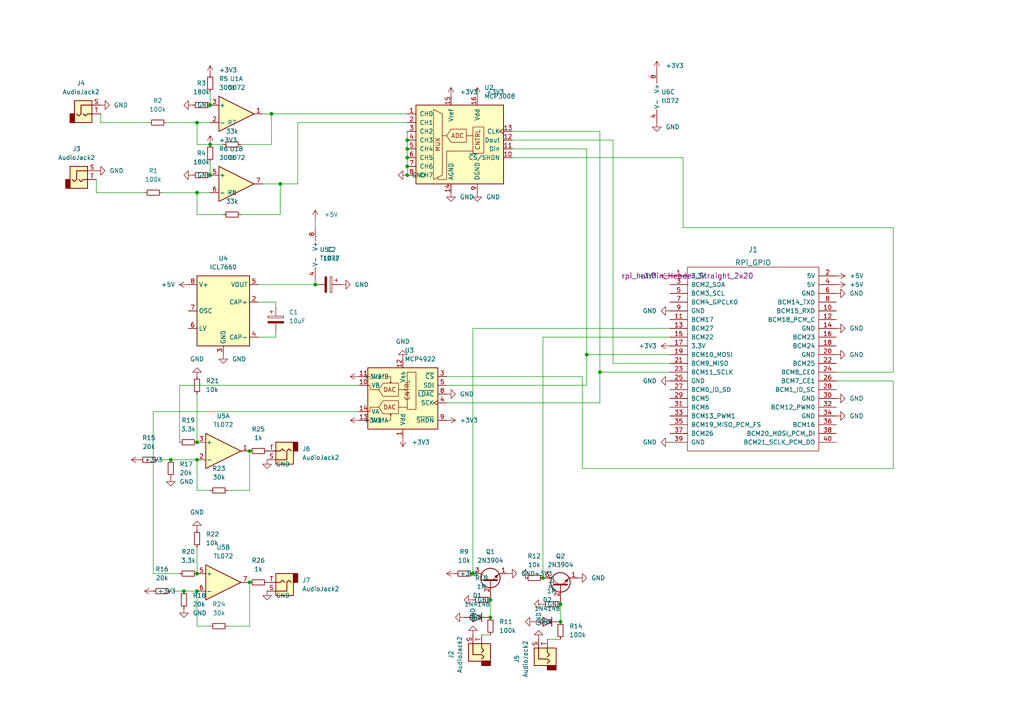
<source format=kicad_sch>
(kicad_sch (version 20211123) (generator eeschema)
  (paper "A4")
  (lib_symbols
    (symbol "Amplifier_Operational:MCP6002-xP" (pin_names (offset 0.127))
      (property "Reference" "U" (at 0 5.08 0))
      (property "Value" "MCP6002-xP" (at 0 -5.08 0))
      (symbol "MCP6002-xP_1_1"
        (polyline (pts (xy -5.08 5.08) (xy 5.08 0) (xy -5.08 -5.08) (xy -5.08 5.08)) (stroke (width 0.254)) (fill (type background)))
        (pin output line (at 7.62 0 180) (length 2.54) (name "~") (number "1"))
        (pin input line (at -7.62 -2.54 0) (length 2.54) (name "-") (number "2"))
        (pin input line (at -7.62 2.54 0) (length 2.54) (name "+") (number "3"))
      )
      (symbol "MCP6002-xP_2_1"
        (polyline (pts (xy -5.08 5.08) (xy 5.08 0) (xy -5.08 -5.08) (xy -5.08 5.08)) (stroke (width 0.254)) (fill (type background)))
        (pin input line (at -7.62 2.54 0) (length 2.54) (name "+") (number "5"))
        (pin input line (at -7.62 -2.54 0) (length 2.54) (name "-") (number "6"))
        (pin output line (at 7.62 0 180) (length 2.54) (name "~") (number "7"))
      )
      (symbol "MCP6002-xP_3_1"
        (pin power_in line (at -2.54 -7.62 90) (length 3.81) (name "V-") (number "4"))
        (pin power_in line (at -2.54 7.62 270) (length 3.81) (name "V+") (number "8"))
      )
    )
    (symbol "Amplifier_Operational:TL072" (pin_names (offset 0.127))
      (property "Reference" "U" (at 0 5.08 0))
      (property "Value" "TL072" (at 0 -5.08 0))
      (symbol "TL072_1_1"
        (polyline (pts (xy -5.08 5.08) (xy 5.08 0) (xy -5.08 -5.08) (xy -5.08 5.08)) (stroke (width 0.254)) (fill (type background)))
        (pin output line (at 7.62 0 180) (length 2.54) (name "~") (number "1"))
        (pin input line (at -7.62 -2.54 0) (length 2.54) (name "-") (number "2"))
        (pin input line (at -7.62 2.54 0) (length 2.54) (name "+") (number "3"))
      )
      (symbol "TL072_2_1"
        (polyline (pts (xy -5.08 5.08) (xy 5.08 0) (xy -5.08 -5.08) (xy -5.08 5.08)) (stroke (width 0.254)) (fill (type background)))
        (pin input line (at -7.62 2.54 0) (length 2.54) (name "+") (number "5"))
        (pin input line (at -7.62 -2.54 0) (length 2.54) (name "-") (number "6"))
        (pin output line (at 7.62 0 180) (length 2.54) (name "~") (number "7"))
      )
      (symbol "TL072_3_1"
        (pin power_in line (at -2.54 -7.62 90) (length 3.81) (name "V-") (number "4"))
        (pin power_in line (at -2.54 7.62 270) (length 3.81) (name "V+") (number "8"))
      )
    )
    (symbol "Analog_ADC:MCP3008" (pin_names (offset 1.016))
      (property "Reference" "U" (at -5.08 13.335 0))
      (property "Value" "MCP3008" (at -5.08 11.43 0))
      (symbol "MCP3008_0_0"
        (text "ADC" (at -0.635 1.27 0) (effects (font (size 1.27 1.27))))
        (text "CNTRL" (at 5.969 -2.921 900) (effects (font (size 1.27 1.27)) (justify left bottom)))
        (text "MUX" (at -6.35 -1.27 900) (effects (font (size 1.27 1.27))))
      )
      (symbol "MCP3008_0_1"
        (polyline (pts (xy -3.81 1.27) (xy -5.08 1.27)))
        (polyline (pts (xy 1.905 1.27) (xy 3.81 1.27)))
        (polyline (pts (xy -7.62 8.89) (xy -7.62 -11.43) (xy -5.08 -10.16) (xy -5.08 7.62) (xy -7.62 8.89)))
        (polyline (pts (xy 3.81 -3.175) (xy -3.81 -3.175) (xy -3.81 -11.43) (xy -6.35 -11.43) (xy -6.35 -10.795)))
        (polyline (pts (xy 1.905 3.175) (xy 1.905 -0.635) (xy -2.54 -0.635) (xy -3.81 1.27) (xy -2.54 3.175) (xy 1.905 3.175)))
        (rectangle (start 3.81 -3.81) (end 6.985 3.81))
        (rectangle (start 12.7 -12.7) (end -12.7 10.16) (stroke (width 0.254)) (fill (type background)))
      )
      (symbol "MCP3008_1_1"
        (pin input line (at -15.24 7.62 0) (length 2.54) (name "CH0") (number "1"))
        (pin input line (at 15.24 -5.08 180) (length 2.54) (name "~{CS}/SHDN") (number "10"))
        (pin input line (at 15.24 -2.54 180) (length 2.54) (name "Din") (number "11"))
        (pin output line (at 15.24 0 180) (length 2.54) (name "Dout") (number "12"))
        (pin input clock (at 15.24 2.54 180) (length 2.54) (name "CLK") (number "13"))
        (pin power_in line (at -2.54 -15.24 90) (length 2.54) (name "AGND") (number "14"))
        (pin power_in line (at -2.54 12.7 270) (length 2.54) (name "Vref") (number "15"))
        (pin power_in line (at 5.08 12.7 270) (length 2.54) (name "Vdd") (number "16"))
        (pin input line (at -15.24 5.08 0) (length 2.54) (name "CH1") (number "2"))
        (pin input line (at -15.24 2.54 0) (length 2.54) (name "CH2") (number "3"))
        (pin input line (at -15.24 0 0) (length 2.54) (name "CH3") (number "4"))
        (pin input line (at -15.24 -2.54 0) (length 2.54) (name "CH4") (number "5"))
        (pin input line (at -15.24 -5.08 0) (length 2.54) (name "CH5") (number "6"))
        (pin input line (at -15.24 -7.62 0) (length 2.54) (name "CH6") (number "7"))
        (pin input line (at -15.24 -10.16 0) (length 2.54) (name "CH7") (number "8"))
        (pin power_in line (at 5.08 -15.24 90) (length 2.54) (name "DGND") (number "9"))
      )
    )
    (symbol "Analog_DAC:MCP4922" (pin_names (offset 1.016))
      (property "Reference" "U" (at -1.905 10.795 0))
      (property "Value" "MCP4922" (at -1.905 8.89 0))
      (symbol "MCP4922_0_0"
        (polyline (pts (xy 3.556 -5.842) (xy 3.302 -6.096)))
        (polyline (pts (xy 3.556 -5.842) (xy 3.81 -6.096)))
        (polyline (pts (xy 3.556 3.302) (xy 3.302 3.556)))
        (polyline (pts (xy 3.556 3.302) (xy 3.81 3.556)))
        (polyline (pts (xy 10.16 -7.62) (xy 9.398 -7.62)))
        (polyline (pts (xy 10.16 5.08) (xy 9.398 5.08)))
        (polyline (pts (xy 4.064 -7.62) (xy 3.556 -7.62) (xy 3.556 -5.842)))
        (polyline (pts (xy 4.318 5.08) (xy 3.556 5.08) (xy 3.556 3.302)))
        (polyline (pts (xy 6.985 -3.81) (xy 9.525 -3.81) (xy 9.525 -5.08) (xy 10.16 -5.08)))
        (polyline (pts (xy 6.985 1.27) (xy 9.525 1.27) (xy 9.525 2.54) (xy 10.16 2.54)))
        (text "CNTRL" (at -2.032 -6.731 900) (effects (font (size 1.27 1.27)) (justify left bottom)))
        (text "DAC" (at 3.81 -3.81 0) (effects (font (size 1.27 1.27))))
        (text "DAC" (at 3.81 1.27 0) (effects (font (size 1.27 1.27))))
      )
      (symbol "MCP4922_0_1"
        (rectangle (start -10.16 7.62) (end 10.16 -10.16) (stroke (width 0.254)) (fill (type background)))
        (rectangle (start -1.27 -8.89) (end -3.81 1.905))
        (polyline (pts (xy 1.27 -3.81) (xy -1.27 -3.81)))
        (polyline (pts (xy 1.27 1.27) (xy -1.27 1.27)))
        (polyline (pts (xy 6.985 -3.81) (xy 5.715 -1.905) (xy 1.27 -1.905) (xy 1.27 -5.715) (xy 5.715 -5.715) (xy 6.985 -3.81)))
        (polyline (pts (xy 6.985 1.27) (xy 5.715 3.175) (xy 1.27 3.175) (xy 1.27 -0.635) (xy 5.715 -0.635) (xy 6.985 1.27)))
      )
      (symbol "MCP4922_1_1"
        (pin power_in line (at 0 10.16 270) (length 2.54) (name "Vdd") (number "1"))
        (pin output line (at 12.7 -5.08 180) (length 2.54) (name "VB") (number "10"))
        (pin input line (at 12.7 -7.62 180) (length 2.54) (name "VrefB") (number "11"))
        (pin power_in line (at 0 -12.7 90) (length 2.54) (name "Vss") (number "12"))
        (pin input line (at 12.7 5.08 180) (length 2.54) (name "VrefA") (number "13"))
        (pin output line (at 12.7 2.54 180) (length 2.54) (name "VA") (number "14"))
        (pin no_connect line (at -7.62 -12.7 90) (length 2.54) hide (name "NC") (number "2"))
        (pin input line (at -12.7 -7.62 0) (length 2.54) (name "~{CS}") (number "3"))
        (pin input clock (at -12.7 0 0) (length 2.54) (name "SCK") (number "4"))
        (pin input line (at -12.7 -5.08 0) (length 2.54) (name "SDI") (number "5"))
        (pin no_connect line (at -5.08 -12.7 90) (length 2.54) hide (name "NC") (number "6"))
        (pin no_connect line (at -2.54 -12.7 90) (length 2.54) hide (name "NC") (number "7"))
        (pin input line (at -12.7 -2.54 0) (length 2.54) (name "~{LDAC}") (number "8"))
        (pin output line (at -12.7 5.08 0) (length 2.54) (name "~{SHDN}") (number "9"))
      )
    )
    (symbol "Connector:AudioJack2"
      (property "Reference" "J" (at 0 8.89 0))
      (property "Value" "AudioJack2" (at 0 6.35 0))
      (symbol "AudioJack2_0_1"
        (rectangle (start -3.81 0) (end -2.54 -2.54) (stroke (width 0.254)) (fill (type outline)))
        (rectangle (start -2.54 3.81) (end 2.54 -2.54) (stroke (width 0.254)) (fill (type background)))
        (polyline (pts (xy 0 0) (xy 0.635 -0.635) (xy 1.27 0) (xy 2.54 0)) (stroke (width 0.254)))
        (polyline (pts (xy 2.54 2.54) (xy -0.635 2.54) (xy -0.635 0) (xy -1.27 -0.635) (xy -1.905 0)) (stroke (width 0.254)))
      )
      (symbol "AudioJack2_1_1"
        (pin passive line (at 5.08 2.54 180) (length 2.54) (name "~") (number "S"))
        (pin passive line (at 5.08 0 180) (length 2.54) (name "~") (number "T"))
      )
    )
    (symbol "Device:C_Polarized" (pin_numbers hide) (pin_names (offset 0.254))
      (property "Reference" "C" (at 0.635 2.54 0))
      (property "Value" "C_Polarized" (at 0.635 -2.54 0))
      (symbol "C_Polarized_0_1"
        (rectangle (start -2.286 0.508) (end 2.286 1.016))
        (polyline (pts (xy -1.778 2.286) (xy -0.762 2.286)))
        (polyline (pts (xy -1.27 2.794) (xy -1.27 1.778)))
        (rectangle (start 2.286 -0.508) (end -2.286 -1.016) (fill (type outline)))
      )
      (symbol "C_Polarized_1_1"
        (pin passive line (at 0 3.81 270) (length 2.794) (name "~") (number "1"))
        (pin passive line (at 0 -3.81 90) (length 2.794) (name "~") (number "2"))
      )
    )
    (symbol "Device:R_Small" (pin_numbers hide) (pin_names (offset 0.254) hide)
      (property "Reference" "R" (at 0.762 0.508 0))
      (property "Value" "R_Small" (at 0.762 -1.016 0))
      (symbol "R_Small_0_1"
        (rectangle (start -0.762 1.778) (end 0.762 -1.778) (stroke (width 0.2032)))
      )
      (symbol "R_Small_1_1"
        (pin passive line (at 0 2.54 270) (length 0.762) (name "~") (number "1"))
        (pin passive line (at 0 -2.54 90) (length 0.762) (name "~") (number "2"))
      )
    )
    (symbol "Diode:1N4148" (pin_numbers hide) (pin_names (offset 1.016) hide)
      (property "Reference" "D" (at 0 2.54 0))
      (property "Value" "1N4148" (at 0 -2.54 0))
      (symbol "1N4148_0_1"
        (polyline (pts (xy -1.27 1.27) (xy -1.27 -1.27)) (stroke (width 0.254)))
        (polyline (pts (xy 1.27 0) (xy -1.27 0)))
        (polyline (pts (xy 1.27 1.27) (xy 1.27 -1.27) (xy -1.27 0) (xy 1.27 1.27)) (stroke (width 0.254)))
      )
      (symbol "1N4148_1_1"
        (pin passive line (at -3.81 0 0) (length 2.54) (name "K") (number "1"))
        (pin passive line (at 3.81 0 180) (length 2.54) (name "A") (number "2"))
      )
    )
    (symbol "Regulator_SwitchedCapacitor:ICL7660"
      (property "Reference" "U" (at -6.35 11.43 0))
      (property "Value" "ICL7660" (at 3.81 11.43 0))
      (symbol "ICL7660_0_1"
        (rectangle (start -7.62 10.16) (end 7.62 -10.16) (stroke (width 0.254)) (fill (type background)))
      )
      (symbol "ICL7660_1_1"
        (pin no_connect line (at -7.62 5.08 0) (length 2.54) hide (name "NC") (number "1"))
        (pin input line (at 10.16 2.54 180) (length 2.54) (name "CAP+") (number "2"))
        (pin power_in line (at 0 -12.7 90) (length 2.54) (name "GND") (number "3"))
        (pin input line (at 10.16 -7.62 180) (length 2.54) (name "CAP-") (number "4"))
        (pin power_out line (at 10.16 7.62 180) (length 2.54) (name "VOUT") (number "5"))
        (pin input line (at -10.16 -5.08 0) (length 2.54) (name "LV") (number "6"))
        (pin input line (at -10.16 0 0) (length 2.54) (name "OSC") (number "7"))
        (pin power_in line (at -10.16 7.62 0) (length 2.54) (name "V+") (number "8"))
      )
    )
    (symbol "Transistor_BJT:2N3904" (pin_names (offset 0) hide)
      (property "Reference" "Q" (at 5.08 1.905 0))
      (property "Value" "2N3904" (at 5.08 0 0))
      (symbol "2N3904_0_1"
        (polyline (pts (xy 0.635 0.635) (xy 2.54 2.54)))
        (polyline (pts (xy 0.635 -0.635) (xy 2.54 -2.54) (xy 2.54 -2.54)))
        (polyline (pts (xy 0.635 1.905) (xy 0.635 -1.905) (xy 0.635 -1.905)) (stroke (width 0.508)))
        (polyline (pts (xy 1.27 -1.778) (xy 1.778 -1.27) (xy 2.286 -2.286) (xy 1.27 -1.778) (xy 1.27 -1.778)) (fill (type outline)))
        (circle (center 1.27 0) (radius 2.8194) (stroke (width 0.254)))
      )
      (symbol "2N3904_1_1"
        (pin passive line (at 2.54 -5.08 90) (length 2.54) (name "E") (number "1"))
        (pin passive line (at -5.08 0 0) (length 5.715) (name "B") (number "2"))
        (pin passive line (at 2.54 5.08 270) (length 2.54) (name "C") (number "3"))
      )
    )
    (symbol "power:+3.3V" (power) (pin_names (offset 0))
      (property "Value" "+3.3V" (at 0 3.556 0))
      (symbol "+3.3V_0_1"
        (polyline (pts (xy -0.762 1.27) (xy 0 2.54)))
        (polyline (pts (xy 0 0) (xy 0 2.54)))
        (polyline (pts (xy 0 2.54) (xy 0.762 1.27)))
      )
      (symbol "+3.3V_1_1"
        (pin power_in line (at 0 0 90) (length 0) hide (name "+3V3") (number "1"))
      )
    )
    (symbol "power:+5V" (power) (pin_names (offset 0))
      (property "Value" "+5V" (at 0 3.556 0))
      (symbol "+5V_0_1"
        (polyline (pts (xy -0.762 1.27) (xy 0 2.54)))
        (polyline (pts (xy 0 0) (xy 0 2.54)))
        (polyline (pts (xy 0 2.54) (xy 0.762 1.27)))
      )
      (symbol "+5V_1_1"
        (pin power_in line (at 0 0 90) (length 0) hide (name "+5V") (number "1"))
      )
    )
    (symbol "power:GND" (power) (pin_names (offset 0))
      (property "Value" "GND" (at 0 -3.81 0))
      (symbol "GND_0_1"
        (polyline (pts (xy 0 0) (xy 0 -1.27) (xy 1.27 -1.27) (xy 0 -2.54) (xy -1.27 -1.27) (xy 0 -1.27)))
      )
      (symbol "GND_1_1"
        (pin power_in line (at 0 0 270) (length 0) hide (name "GND") (number "1"))
      )
    )
    (symbol "rpi_hat:RPi_GPIO" (pin_names (offset 1.016))
      (property "Reference" "J" (at 19.05 6.35 0))
      (property "Value" "RPi_GPIO" (at 19.05 3.81 0))
      (symbol "RPi_GPIO_0_1"
        (rectangle (start 0 2.54) (end 38.1 -50.8))
      )
      (symbol "RPi_GPIO_1_1"
        (pin power_in line (at -5.08 0 0) (length 5.08) (name "3.3V") (number "1"))
        (pin bidirectional line (at 43.18 -10.16 180) (length 5.08) (name "BCM15_RXD") (number "10"))
        (pin bidirectional line (at -5.08 -12.7 0) (length 5.08) (name "BCM17") (number "11"))
        (pin bidirectional line (at 43.18 -12.7 180) (length 5.08) (name "BCM18_PCM_C") (number "12"))
        (pin bidirectional line (at -5.08 -15.24 0) (length 5.08) (name "BCM27") (number "13"))
        (pin power_in line (at 43.18 -15.24 180) (length 5.08) (name "GND") (number "14"))
        (pin bidirectional line (at -5.08 -17.78 0) (length 5.08) (name "BCM22") (number "15"))
        (pin bidirectional line (at 43.18 -17.78 180) (length 5.08) (name "BCM23") (number "16"))
        (pin power_in line (at -5.08 -20.32 0) (length 5.08) (name "3.3V") (number "17"))
        (pin bidirectional line (at 43.18 -20.32 180) (length 5.08) (name "BCM24") (number "18"))
        (pin bidirectional line (at -5.08 -22.86 0) (length 5.08) (name "BCM10_MOSI") (number "19"))
        (pin power_in line (at 43.18 0 180) (length 5.08) (name "5V") (number "2"))
        (pin power_in line (at 43.18 -22.86 180) (length 5.08) (name "GND") (number "20"))
        (pin bidirectional line (at -5.08 -25.4 0) (length 5.08) (name "BCM9_MISO") (number "21"))
        (pin bidirectional line (at 43.18 -25.4 180) (length 5.08) (name "BCM25") (number "22"))
        (pin bidirectional line (at -5.08 -27.94 0) (length 5.08) (name "BCM11_SCLK") (number "23"))
        (pin bidirectional line (at 43.18 -27.94 180) (length 5.08) (name "BCM8_CE0") (number "24"))
        (pin power_in line (at -5.08 -30.48 0) (length 5.08) (name "GND") (number "25"))
        (pin bidirectional line (at 43.18 -30.48 180) (length 5.08) (name "BCM7_CE1") (number "26"))
        (pin bidirectional line (at -5.08 -33.02 0) (length 5.08) (name "BCM0_ID_SD") (number "27"))
        (pin bidirectional line (at 43.18 -33.02 180) (length 5.08) (name "BCM1_ID_SC") (number "28"))
        (pin bidirectional line (at -5.08 -35.56 0) (length 5.08) (name "BCM5") (number "29"))
        (pin bidirectional line (at -5.08 -2.54 0) (length 5.08) (name "BCM2_SDA") (number "3"))
        (pin power_in line (at 43.18 -35.56 180) (length 5.08) (name "GND") (number "30"))
        (pin bidirectional line (at -5.08 -38.1 0) (length 5.08) (name "BCM6") (number "31"))
        (pin bidirectional line (at 43.18 -38.1 180) (length 5.08) (name "BCM12_PWM0") (number "32"))
        (pin bidirectional line (at -5.08 -40.64 0) (length 5.08) (name "BCM13_PWM1") (number "33"))
        (pin power_in line (at 43.18 -40.64 180) (length 5.08) (name "GND") (number "34"))
        (pin bidirectional line (at -5.08 -43.18 0) (length 5.08) (name "BCM19_MISO_PCM_FS") (number "35"))
        (pin bidirectional line (at 43.18 -43.18 180) (length 5.08) (name "BCM16") (number "36"))
        (pin bidirectional line (at -5.08 -45.72 0) (length 5.08) (name "BCM26") (number "37"))
        (pin bidirectional line (at 43.18 -45.72 180) (length 5.08) (name "BCM20_MOSI_PCM_DI") (number "38"))
        (pin power_in line (at -5.08 -48.26 0) (length 5.08) (name "GND") (number "39"))
        (pin power_in line (at 43.18 -2.54 180) (length 5.08) (name "5V") (number "4"))
        (pin bidirectional line (at 43.18 -48.26 180) (length 5.08) (name "BCM21_SCLK_PCM_DO") (number "40"))
        (pin bidirectional line (at -5.08 -5.08 0) (length 5.08) (name "BCM3_SCL") (number "5"))
        (pin power_in line (at 43.18 -5.08 180) (length 5.08) (name "GND") (number "6"))
        (pin bidirectional line (at -5.08 -7.62 0) (length 5.08) (name "BCM4_GPCLK0") (number "7"))
        (pin bidirectional line (at 43.18 -7.62 180) (length 5.08) (name "BCM14_TXD") (number "8"))
        (pin power_in line (at -5.08 -10.16 0) (length 5.08) (name "GND") (number "9"))
      )
    )
  )
  (junction (at 78.74 33.02))
  (junction (at 170.18 102.87))
  (junction (at 72.39 168.91))
  (junction (at 60.96 30.48))
  (junction (at 91.44 82.55))
  (junction (at 53.34 171.45))
  (junction (at 173.99 107.95))
  (junction (at 142.24 179.07))
  (junction (at 57.15 166.37))
  (junction (at 57.15 171.45))
  (junction (at 57.15 133.35))
  (junction (at 57.15 35.56))
  (junction (at 137.16 166.37))
  (junction (at 142.24 173.99))
  (junction (at 118.11 45.72))
  (junction (at 57.15 128.27))
  (junction (at 72.39 130.81))
  (junction (at 57.15 55.88))
  (junction (at 118.11 50.8))
  (junction (at 157.48 167.64))
  (junction (at 81.28 53.34))
  (junction (at 60.96 50.8))
  (junction (at 162.56 180.34))
  (junction (at 118.11 48.26))
  (junction (at 162.56 175.26))
  (junction (at 60.96 41.91))
  (junction (at 118.11 40.64))
  (junction (at 49.53 133.35))
  (junction (at 118.11 43.18))
  (wire (pts (xy 148.59 38.1) (xy 173.99 38.1)))
  (wire (pts (xy 49.53 133.35) (xy 57.15 133.35)))
  (wire (pts (xy 157.48 97.79) (xy 194.31 97.79)))
  (wire (pts (xy 170.18 43.18) (xy 170.18 102.87)))
  (wire (pts (xy 57.15 181.61) (xy 60.96 181.61)))
  (wire (pts (xy 45.72 133.35) (xy 49.53 133.35)))
  (wire (pts (xy 76.2 33.02) (xy 78.74 33.02)))
  (wire (pts (xy 76.2 53.34) (xy 81.28 53.34)))
  (wire (pts (xy 142.24 173.99) (xy 142.24 179.07)))
  (wire (pts (xy 57.15 171.45) (xy 57.15 181.61)))
  (wire (pts (xy 64.77 41.91) (xy 60.96 41.91)))
  (wire (pts (xy 52.07 111.76) (xy 104.14 111.76)))
  (wire (pts (xy 72.39 142.24) (xy 72.39 130.81)))
  (wire (pts (xy 137.16 166.37) (xy 137.16 95.25)))
  (wire (pts (xy 78.74 41.91) (xy 78.74 33.02)))
  (wire (pts (xy 259.08 110.49) (xy 242.57 110.49)))
  (wire (pts (xy 29.21 35.56) (xy 43.18 35.56)))
  (wire (pts (xy 66.04 181.61) (xy 72.39 181.61)))
  (wire (pts (xy 170.18 111.76) (xy 170.18 102.87)))
  (wire (pts (xy 57.15 35.56) (xy 60.96 35.56)))
  (wire (pts (xy 118.11 43.18) (xy 118.11 45.72)))
  (wire (pts (xy 57.15 142.24) (xy 60.96 142.24)))
  (wire (pts (xy 168.91 135.89) (xy 259.08 135.89)))
  (wire (pts (xy 168.91 109.22) (xy 168.91 135.89)))
  (wire (pts (xy 129.54 109.22) (xy 168.91 109.22)))
  (wire (pts (xy 57.15 41.91) (xy 57.15 35.56)))
  (wire (pts (xy 81.28 53.34) (xy 86.36 53.34)))
  (wire (pts (xy 69.85 62.23) (xy 81.28 62.23)))
  (wire (pts (xy 86.36 35.56) (xy 118.11 35.56)))
  (wire (pts (xy 57.15 114.3) (xy 57.15 128.27)))
  (wire (pts (xy 60.96 26.67) (xy 60.96 30.48)))
  (wire (pts (xy 173.99 38.1) (xy 173.99 107.95)))
  (wire (pts (xy 27.94 52.07) (xy 27.94 55.88)))
  (wire (pts (xy 173.99 107.95) (xy 194.31 107.95)))
  (wire (pts (xy 91.44 82.55) (xy 91.44 81.28)))
  (wire (pts (xy 72.39 181.61) (xy 72.39 168.91)))
  (wire (pts (xy 57.15 62.23) (xy 64.77 62.23)))
  (wire (pts (xy 129.54 111.76) (xy 170.18 111.76)))
  (wire (pts (xy 27.94 55.88) (xy 41.91 55.88)))
  (wire (pts (xy 69.85 41.91) (xy 78.74 41.91)))
  (wire (pts (xy 86.36 53.34) (xy 86.36 35.56)))
  (wire (pts (xy 177.8 105.41) (xy 194.31 105.41)))
  (wire (pts (xy 46.99 55.88) (xy 57.15 55.88)))
  (wire (pts (xy 148.59 40.64) (xy 177.8 40.64)))
  (wire (pts (xy 259.08 66.04) (xy 259.08 107.95)))
  (wire (pts (xy 60.96 41.91) (xy 57.15 41.91)))
  (wire (pts (xy 118.11 38.1) (xy 118.11 40.64)))
  (wire (pts (xy 57.15 55.88) (xy 57.15 62.23)))
  (wire (pts (xy 48.26 35.56) (xy 57.15 35.56)))
  (wire (pts (xy 78.74 33.02) (xy 118.11 33.02)))
  (wire (pts (xy 81.28 62.23) (xy 81.28 53.34)))
  (wire (pts (xy 129.54 116.84) (xy 173.99 116.84)))
  (wire (pts (xy 173.99 116.84) (xy 173.99 107.95)))
  (wire (pts (xy 44.45 166.37) (xy 52.07 166.37)))
  (wire (pts (xy 29.21 33.02) (xy 29.21 35.56)))
  (wire (pts (xy 66.04 142.24) (xy 72.39 142.24)))
  (wire (pts (xy 74.93 82.55) (xy 91.44 82.55)))
  (wire (pts (xy 80.01 87.63) (xy 80.01 88.9)))
  (wire (pts (xy 118.11 48.26) (xy 118.11 50.8)))
  (wire (pts (xy 148.59 43.18) (xy 170.18 43.18)))
  (wire (pts (xy 170.18 102.87) (xy 194.31 102.87)))
  (wire (pts (xy 57.15 158.75) (xy 57.15 166.37)))
  (wire (pts (xy 104.14 119.38) (xy 44.45 119.38)))
  (wire (pts (xy 157.48 167.64) (xy 157.48 97.79)))
  (wire (pts (xy 198.12 66.04) (xy 259.08 66.04)))
  (wire (pts (xy 177.8 40.64) (xy 177.8 105.41)))
  (wire (pts (xy 80.01 97.79) (xy 74.93 97.79)))
  (wire (pts (xy 148.59 45.72) (xy 198.12 45.72)))
  (wire (pts (xy 49.53 171.45) (xy 53.34 171.45)))
  (wire (pts (xy 57.15 55.88) (xy 60.96 55.88)))
  (wire (pts (xy 139.7 184.15) (xy 142.24 184.15)))
  (wire (pts (xy 198.12 45.72) (xy 198.12 66.04)))
  (wire (pts (xy 137.16 95.25) (xy 194.31 95.25)))
  (wire (pts (xy 162.56 175.26) (xy 162.56 180.34)))
  (wire (pts (xy 259.08 135.89) (xy 259.08 110.49)))
  (wire (pts (xy 242.57 107.95) (xy 259.08 107.95)))
  (wire (pts (xy 52.07 128.27) (xy 52.07 111.76)))
  (wire (pts (xy 118.11 40.64) (xy 118.11 43.18)))
  (wire (pts (xy 118.11 45.72) (xy 118.11 48.26)))
  (wire (pts (xy 53.34 171.45) (xy 57.15 171.45)))
  (wire (pts (xy 44.45 119.38) (xy 44.45 166.37)))
  (wire (pts (xy 57.15 133.35) (xy 57.15 142.24)))
  (wire (pts (xy 91.44 63.5) (xy 91.44 66.04)))
  (wire (pts (xy 60.96 46.99) (xy 60.96 50.8)))
  (wire (pts (xy 80.01 96.52) (xy 80.01 97.79)))
  (wire (pts (xy 158.75 185.42) (xy 162.56 185.42)))
  (wire (pts (xy 74.93 87.63) (xy 80.01 87.63)))
  (symbol (lib_id "power:GND") (at 242.57 95.25 90) (unit 1)
    (property "Reference" "#PWR0103" (effects hide))
    (property "Value" "GND" (at 246.38 95.2499 90) (effects (justify right)))
  )
  (symbol (lib_id "Device:R_Small") (at 74.93 168.91 90) (unit 1)
    (property "Reference" "R26" (at 74.93 162.56 90))
    (property "Value" "1k" (at 74.93 165.1 90))
    (property "Footprint" "Resistor_THT:R_Axial_DIN0207_L6.3mm_D2.5mm_P7.62mm_Horizontal" (effects hide))
  )
  (symbol (lib_id "Amplifier_Operational:MCP6002-xP") (at 193.04 27.94 0) (unit 3)
    (property "Reference" "U6" (at 191.77 26.6699 0) (effects (justify left)))
    (property "Value" "tl072" (at 191.77 29.2099 0) (effects (justify left)))
    (property "Footprint" "Package_DIP:DIP-8_W7.62mm_Socket_LongPads" (effects hide))
    (property "Datasheet" "http://ww1.microchip.com/downloads/en/DeviceDoc/21733j.pdf" (effects hide))
  )
  (symbol (lib_id "power:GND") (at 242.57 120.65 90) (unit 1)
    (property "Reference" "#PWR0104" (effects hide))
    (property "Value" "GND" (at 246.38 120.6499 90) (effects (justify right)))
  )
  (symbol (lib_id "Connector:AudioJack2") (at 82.55 130.81 180) (unit 1)
    (property "Reference" "J6" (at 87.63 130.1749 0) (effects (justify right)))
    (property "Value" "AudioJack2" (at 87.63 132.7149 0) (effects (justify right)))
    (property "Footprint" "Connector_Audio:Jack_3.5mm_QingPu_WQP-PJ398SM_Vertical_CircularHoles" (effects hide))
  )
  (symbol (lib_id "power:+5V") (at 242.57 82.55 270) (unit 1)
    (property "Reference" "#PWR0105" (effects hide))
    (property "Value" "+5V" (at 246.38 82.5499 90) (effects (justify left)))
  )
  (symbol (lib_id "power:+5V") (at 54.61 82.55 90) (unit 1)
    (property "Reference" "#PWR0126" (effects hide))
    (property "Value" "+5V" (at 50.8 82.5499 90) (effects (justify left)))
  )
  (symbol (lib_id "Device:R_Small") (at 60.96 44.45 180) (unit 1)
    (property "Reference" "R6" (at 63.5 43.1799 0) (effects (justify right)))
    (property "Value" "300k" (at 63.5 45.7199 0) (effects (justify right)))
    (property "Footprint" "Resistor_THT:R_Axial_DIN0207_L6.3mm_D2.5mm_P7.62mm_Horizontal" (effects hide))
  )
  (symbol (lib_id "power:GND") (at 194.31 110.49 270) (unit 1)
    (property "Reference" "#PWR0110" (effects hide))
    (property "Value" "GND" (at 190.5 110.4899 90) (effects (justify right)))
  )
  (symbol (lib_id "Device:R_Small") (at 63.5 142.24 90) (unit 1)
    (property "Reference" "R23" (at 63.5 135.89 90))
    (property "Value" "30k" (at 63.5 138.43 90))
    (property "Footprint" "Resistor_THT:R_Axial_DIN0207_L6.3mm_D2.5mm_P7.62mm_Horizontal" (effects hide))
  )
  (symbol (lib_id "power:+3.3V") (at 130.81 27.94 0) (unit 1)
    (property "Reference" "#PWR0120" (effects hide))
    (property "Value" "+3.3V" (at 133.35 26.6699 0) (effects (justify left)))
  )
  (symbol (lib_id "Device:C_Polarized") (at 95.25 82.55 270) (unit 1)
    (property "Reference" "C2" (at 96.139 72.39 90))
    (property "Value" "10uF" (at 96.139 74.93 90))
    (property "Footprint" "Capacitor_THT:CP_Radial_D5.0mm_P2.50mm" (effects hide))
  )
  (symbol (lib_id "Device:R_Small") (at 46.99 171.45 90) (unit 1)
    (property "Reference" "R16" (at 46.99 165.1 90))
    (property "Value" "20k" (at 46.99 167.64 90))
    (property "Footprint" "Resistor_THT:R_Axial_DIN0207_L6.3mm_D2.5mm_P7.62mm_Horizontal" (effects hide))
  )
  (symbol (lib_id "power:+3.3V") (at 116.84 127 180) (unit 1)
    (property "Reference" "#PWR0127" (effects hide))
    (property "Value" "+3.3V" (at 119.38 128.2699 0) (effects (justify right)))
  )
  (symbol (lib_id "power:GND") (at 77.47 171.45 0) (unit 1)
    (property "Reference" "#PWR0146" (effects hide))
    (property "Value" "GND" (at 80.01 172.7199 0) (effects (justify left)))
  )
  (symbol (lib_id "power:GND") (at 116.84 104.14 180) (unit 1)
    (property "Reference" "#PWR0125" (effects hide))
    (property "Value" "GND" (at 116.84 99.06 0))
  )
  (symbol (lib_id "power:GND") (at 64.77 102.87 0) (unit 1)
    (property "Reference" "#PWR0131" (effects hide))
    (property "Value" "GND" (at 67.31 104.1399 0) (effects (justify left)))
  )
  (symbol (lib_id "power:+3.3V") (at 194.31 100.33 90) (unit 1)
    (property "Reference" "#PWR0111" (effects hide))
    (property "Value" "+3.3V" (at 190.5 100.3299 90) (effects (justify left)))
  )
  (symbol (lib_id "Amplifier_Operational:MCP6002-xP") (at 68.58 33.02 0) (unit 1)
    (property "Reference" "U1" (at 68.58 22.86 0))
    (property "Value" "tl072" (at 68.58 25.4 0))
    (property "Footprint" "Package_DIP:DIP-8_W7.62mm_Socket_LongPads" (effects hide))
    (property "Datasheet" "http://ww1.microchip.com/downloads/en/DeviceDoc/21733j.pdf" (effects hide))
  )
  (symbol (lib_id "Device:R_Small") (at 43.18 133.35 90) (unit 1)
    (property "Reference" "R15" (at 43.18 127 90))
    (property "Value" "20k" (at 43.18 129.54 90))
    (property "Footprint" "Resistor_THT:R_Axial_DIN0207_L6.3mm_D2.5mm_P7.62mm_Horizontal" (effects hide))
  )
  (symbol (lib_id "power:+5V") (at 91.44 63.5 0) (unit 1)
    (property "Reference" "#PWR0130" (effects hide))
    (property "Value" "+5V" (at 93.98 62.2299 0) (effects (justify left)))
  )
  (symbol (lib_id "power:+3.3V") (at 129.54 121.92 270) (unit 1)
    (property "Reference" "#PWR0124" (effects hide))
    (property "Value" "+3.3V" (at 133.35 121.9199 90) (effects (justify left)))
  )
  (symbol (lib_id "Device:R_Small") (at 162.56 182.88 180) (unit 1)
    (property "Reference" "R14" (at 165.1 181.6099 0) (effects (justify right)))
    (property "Value" "100k" (at 165.1 184.1499 0) (effects (justify right)))
    (property "Footprint" "Resistor_THT:R_Axial_DIN0207_L6.3mm_D2.5mm_P7.62mm_Horizontal" (effects hide))
  )
  (symbol (lib_id "power:GND") (at 157.48 175.26 270) (unit 1)
    (property "Reference" "#PWR0141" (effects hide))
    (property "Value" "GND" (at 158.75 175.2599 90) (effects (justify left)))
  )
  (symbol (lib_id "rpi_hat:RPi_GPIO") (at 199.39 80.01 0) (unit 1)
    (property "Reference" "J1" (at 218.44 72.39 0) (effects (font (size 1.524 1.524))))
    (property "Value" "RPi_GPIO" (at 218.44 76.2 0) (effects (font (size 1.524 1.524))))
    (property "Footprint" "rpi_hat:Pin_Header_Straight_2x20" (at 199.39 80.01 0) (effects (font (size 1.524 1.524))))
  )
  (symbol (lib_id "Transistor_BJT:2N3904") (at 142.24 168.91 90) (unit 1)
    (property "Reference" "Q1" (at 142.24 160.02 90))
    (property "Value" "2N3904" (at 142.24 162.56 90))
    (property "Footprint" "Package_TO_SOT_THT:TO-92_Inline" (effects hide))
    (property "Datasheet" "https://www.onsemi.com/pub/Collateral/2N3903-D.PDF" (effects hide))
  )
  (symbol (lib_id "power:GND") (at 118.11 50.8 270) (unit 1)
    (property "Reference" "#PWR?" (effects hide))
    (property "Value" "GND" (at 119.38 50.7999 90) (effects (justify left)))
  )
  (symbol (lib_id "Device:R_Small") (at 134.62 166.37 270) (unit 1)
    (property "Reference" "R9" (at 134.62 160.02 90))
    (property "Value" "10k" (at 134.62 162.56 90))
    (property "Footprint" "Resistor_THT:R_Axial_DIN0207_L6.3mm_D2.5mm_P7.62mm_Horizontal" (effects hide))
  )
  (symbol (lib_id "power:GND") (at 147.32 166.37 90) (unit 1)
    (property "Reference" "#PWR0135" (effects hide))
    (property "Value" "GND" (at 151.13 166.3699 90) (effects (justify right)))
  )
  (symbol (lib_id "Device:R_Small") (at 44.45 55.88 90) (unit 1)
    (property "Reference" "R1" (at 44.45 49.53 90))
    (property "Value" "100k" (at 44.45 52.07 90))
    (property "Footprint" "Resistor_THT:R_Axial_DIN0207_L6.3mm_D2.5mm_P7.62mm_Horizontal" (effects hide))
  )
  (symbol (lib_id "power:GND") (at 57.15 109.22 180) (unit 1)
    (property "Reference" "#PWR0143" (effects hide))
    (property "Value" "GND" (at 57.15 104.14 0))
  )
  (symbol (lib_id "Connector:AudioJack2") (at 82.55 168.91 180) (unit 1)
    (property "Reference" "J7" (at 87.63 168.2749 0) (effects (justify right)))
    (property "Value" "AudioJack2" (at 87.63 170.8149 0) (effects (justify right)))
    (property "Footprint" "Connector_Audio:Jack_3.5mm_QingPu_WQP-PJ398SM_Vertical_CircularHoles" (effects hide))
  )
  (symbol (lib_id "Device:R_Small") (at 74.93 130.81 90) (unit 1)
    (property "Reference" "R25" (at 74.93 124.46 90))
    (property "Value" "1k" (at 74.93 127 90))
    (property "Footprint" "Resistor_THT:R_Axial_DIN0207_L6.3mm_D2.5mm_P7.62mm_Horizontal" (effects hide))
  )
  (symbol (lib_id "power:GND") (at 138.43 55.88 0) (unit 1)
    (property "Reference" "#PWR0122" (effects hide))
    (property "Value" "GND" (at 140.97 57.1499 0) (effects (justify left)))
  )
  (symbol (lib_id "power:+3.3V") (at 40.64 133.35 90) (unit 1)
    (property "Reference" "#PWR0147" (effects hide))
    (property "Value" "+3.3V" (at 41.91 133.3499 90) (effects (justify right)))
  )
  (symbol (lib_id "Analog_ADC:MCP3008") (at 133.35 40.64 0) (unit 1)
    (property "Reference" "U2" (at 140.4494 25.4 0) (effects (justify left)))
    (property "Value" "MCP3008" (at 140.4494 27.94 0) (effects (justify left)))
    (property "Footprint" "Package_DIP:DIP-16_W7.62mm_Socket_LongPads" (effects hide))
    (property "Datasheet" "http://ww1.microchip.com/downloads/en/DeviceDoc/21295d.pdf" (effects hide))
  )
  (symbol (lib_id "power:GND") (at 154.94 180.34 270) (unit 1)
    (property "Reference" "#PWR0137" (effects hide))
    (property "Value" "GND" (at 156.21 180.3399 90) (effects (justify left)))
  )
  (symbol (lib_id "power:GND") (at 242.57 85.09 90) (unit 1)
    (property "Reference" "#PWR0106" (effects hide))
    (property "Value" "GND" (at 246.38 85.0899 90) (effects (justify right)))
  )
  (symbol (lib_id "power:GND") (at 137.16 184.15 180) (unit 1)
    (property "Reference" "#PWR0136" (effects hide))
    (property "Value" "GND" (at 137.1599 180.34 90) (effects (justify right)))
  )
  (symbol (lib_id "power:GND") (at 55.88 50.8 270) (unit 1)
    (property "Reference" "#PWR0116" (effects hide))
    (property "Value" "GND" (at 57.15 50.7999 90) (effects (justify left)))
  )
  (symbol (lib_id "power:GND") (at 190.5 35.56 0) (unit 1)
    (property "Reference" "#PWR0145" (effects hide))
    (property "Value" "GND" (at 193.04 36.8299 0) (effects (justify left)))
  )
  (symbol (lib_id "Connector:AudioJack2") (at 22.86 52.07 0) (unit 1)
    (property "Reference" "J3" (at 22.225 43.18 0))
    (property "Value" "AudioJack2" (at 22.225 45.72 0))
    (property "Footprint" "Connector_Audio:Jack_3.5mm_QingPu_WQP-PJ398SM_Vertical_CircularHoles" (effects hide))
  )
  (symbol (lib_id "power:+3.3V") (at 60.96 21.59 0) (unit 1)
    (property "Reference" "#PWR0118" (effects hide))
    (property "Value" "+3.3V" (at 63.5 20.3199 0) (effects (justify left)))
  )
  (symbol (lib_id "Device:R_Small") (at 58.42 30.48 90) (unit 1)
    (property "Reference" "R3" (at 58.42 24.13 90))
    (property "Value" "180k" (at 58.42 26.67 90))
    (property "Footprint" "Resistor_THT:R_Axial_DIN0207_L6.3mm_D2.5mm_P7.62mm_Horizontal" (effects hide))
  )
  (symbol (lib_id "power:+3.3V") (at 104.14 109.22 90) (unit 1)
    (property "Reference" "#PWR0128" (effects hide))
    (property "Value" "+3.3V" (at 105.41 109.2199 90) (effects (justify right)))
  )
  (symbol (lib_id "power:GND") (at 57.15 153.67 180) (unit 1)
    (property "Reference" "#PWR0148" (effects hide))
    (property "Value" "GND" (at 57.15 148.59 0))
  )
  (symbol (lib_id "Device:R_Small") (at 60.96 24.13 180) (unit 1)
    (property "Reference" "R5" (at 63.5 22.8599 0) (effects (justify right)))
    (property "Value" "300k" (at 63.5 25.3999 0) (effects (justify right)))
    (property "Footprint" "Resistor_THT:R_Axial_DIN0207_L6.3mm_D2.5mm_P7.62mm_Horizontal" (effects hide))
  )
  (symbol (lib_id "power:GND") (at 99.06 82.55 90) (unit 1)
    (property "Reference" "#PWR0142" (effects hide))
    (property "Value" "GND" (at 102.87 82.5499 90) (effects (justify right)))
  )
  (symbol (lib_id "Connector:AudioJack2") (at 24.13 33.02 0) (unit 1)
    (property "Reference" "J4" (at 23.495 24.13 0))
    (property "Value" "AudioJack2" (at 23.495 26.67 0))
    (property "Footprint" "Connector_Audio:Jack_3.5mm_QingPu_WQP-PJ398SM_Vertical_CircularHoles" (effects hide))
  )
  (symbol (lib_id "Device:R_Small") (at 67.31 62.23 90) (unit 1)
    (property "Reference" "R8" (at 67.31 55.88 90))
    (property "Value" "33k" (at 67.31 58.42 90))
    (property "Footprint" "Resistor_THT:R_Axial_DIN0207_L6.3mm_D2.5mm_P7.62mm_Horizontal" (effects hide))
  )
  (symbol (lib_id "power:GND") (at 129.54 114.3 90) (unit 1)
    (property "Reference" "#PWR0123" (effects hide))
    (property "Value" "GND" (at 133.35 114.2999 90) (effects (justify right)))
  )
  (symbol (lib_id "Regulator_SwitchedCapacitor:ICL7660") (at 64.77 90.17 0) (unit 1)
    (property "Reference" "U4" (at 64.77 74.93 0))
    (property "Value" "ICL7660" (at 64.77 77.47 0))
    (property "Footprint" "Package_DIP:DIP-8_W7.62mm_Socket_LongPads" (effects hide))
    (property "Datasheet" "http://datasheets.maximintegrated.com/en/ds/ICL7660-MAX1044.pdf" (effects hide))
  )
  (symbol (lib_id "Device:R_Small") (at 58.42 50.8 90) (unit 1)
    (property "Reference" "R4" (at 58.42 44.45 90))
    (property "Value" "180k" (at 58.42 46.99 90))
    (property "Footprint" "Resistor_THT:R_Axial_DIN0207_L6.3mm_D2.5mm_P7.62mm_Horizontal" (effects hide))
  )
  (symbol (lib_id "power:+3.3V") (at 60.96 41.91 0) (unit 1)
    (property "Reference" "#PWR0117" (effects hide))
    (property "Value" "+3.3V" (at 63.5 40.6399 0) (effects (justify left)))
  )
  (symbol (lib_id "Device:R_Small") (at 67.31 41.91 90) (unit 1)
    (property "Reference" "R7" (at 67.31 35.56 90))
    (property "Value" "33k" (at 67.31 38.1 90))
    (property "Footprint" "Resistor_THT:R_Axial_DIN0207_L6.3mm_D2.5mm_P7.62mm_Horizontal" (effects hide))
  )
  (symbol (lib_id "power:GND") (at 134.62 179.07 270) (unit 1)
    (property "Reference" "#PWR0138" (effects hide))
    (property "Value" "GND" (at 135.89 179.0699 90) (effects (justify left)))
  )
  (symbol (lib_id "Connector:AudioJack2") (at 139.7 189.23 90) (unit 1)
    (property "Reference" "J2" (at 130.81 189.865 0))
    (property "Value" "AudioJack2" (at 133.35 189.865 0))
    (property "Footprint" "Connector_Audio:Jack_3.5mm_QingPu_WQP-PJ398SM_Vertical_CircularHoles" (effects hide))
  )
  (symbol (lib_id "power:GND") (at 29.21 30.48 90) (unit 1)
    (property "Reference" "#PWR0114" (effects hide))
    (property "Value" "GND" (at 33.02 30.4799 90) (effects (justify right)))
  )
  (symbol (lib_id "Device:R_Small") (at 57.15 156.21 180) (unit 1)
    (property "Reference" "R22" (at 59.69 154.9399 0) (effects (justify right)))
    (property "Value" "10k" (at 59.69 157.4799 0) (effects (justify right)))
    (property "Footprint" "Resistor_THT:R_Axial_DIN0207_L6.3mm_D2.5mm_P7.62mm_Horizontal" (effects hide))
  )
  (symbol (lib_id "power:GND") (at 194.31 128.27 270) (unit 1)
    (property "Reference" "#PWR0108" (effects hide))
    (property "Value" "GND" (at 190.5 128.2699 90) (effects (justify right)))
  )
  (symbol (lib_id "power:+3.3V") (at 44.45 171.45 90) (unit 1)
    (property "Reference" "#PWR0150" (effects hide))
    (property "Value" "+3.3V" (at 45.72 171.4499 90) (effects (justify right)))
  )
  (symbol (lib_id "Diode:1N4148") (at 138.43 179.07 180) (unit 1)
    (property "Reference" "D1" (at 138.43 172.72 0))
    (property "Value" "1N4148" (at 138.43 175.26 0))
    (property "Footprint" "Diode_THT:D_DO-35_SOD27_P7.62mm_Horizontal" (effects hide))
    (property "Datasheet" "https://assets.nexperia.com/documents/data-sheet/1N4148_1N4448.pdf" (effects hide))
  )
  (symbol (lib_id "power:+3.3V") (at 132.08 166.37 90) (unit 1)
    (property "Reference" "#PWR0133" (effects hide))
    (property "Value" "+3.3V" (at 133.35 166.3699 90) (effects (justify right)))
  )
  (symbol (lib_id "Connector:AudioJack2") (at 158.75 190.5 90) (unit 1)
    (property "Reference" "J5" (at 149.86 191.135 0))
    (property "Value" "AudioJack2" (at 152.4 191.135 0))
    (property "Footprint" "Connector_Audio:Jack_3.5mm_QingPu_WQP-PJ398SM_Vertical_CircularHoles" (effects hide))
  )
  (symbol (lib_id "Device:R_Small") (at 160.02 175.26 270) (unit 1)
    (property "Reference" "R13" (at 160.02 168.91 0))
    (property "Value" "1M" (at 160.02 171.45 90))
    (property "Footprint" "Resistor_THT:R_Axial_DIN0207_L6.3mm_D2.5mm_P7.62mm_Horizontal" (effects hide))
  )
  (symbol (lib_id "Device:R_Small") (at 139.7 173.99 270) (unit 1)
    (property "Reference" "R10" (at 139.7 167.64 90))
    (property "Value" "1M" (at 139.7 170.18 90))
    (property "Footprint" "Resistor_THT:R_Axial_DIN0207_L6.3mm_D2.5mm_P7.62mm_Horizontal" (effects hide))
  )
  (symbol (lib_id "power:GND") (at 77.47 133.35 0) (unit 1)
    (property "Reference" "#PWR0151" (effects hide))
    (property "Value" "GND" (at 80.01 134.6199 0) (effects (justify left)))
  )
  (symbol (lib_id "Device:R_Small") (at 54.61 166.37 90) (unit 1)
    (property "Reference" "R20" (at 54.61 160.02 90))
    (property "Value" "3.3k" (at 54.61 162.56 90))
    (property "Footprint" "Resistor_THT:R_Axial_DIN0207_L6.3mm_D2.5mm_P7.62mm_Horizontal" (effects hide))
  )
  (symbol (lib_id "power:+3.3V") (at 138.43 27.94 0) (unit 1)
    (property "Reference" "#PWR0119" (effects hide))
    (property "Value" "+3.3V" (at 140.97 26.6699 0) (effects (justify left)))
  )
  (symbol (lib_id "power:GND") (at 242.57 102.87 90) (unit 1)
    (property "Reference" "#PWR0101" (effects hide))
    (property "Value" "GND" (at 246.38 102.8699 90) (effects (justify right)))
  )
  (symbol (lib_id "Amplifier_Operational:TL072") (at 64.77 168.91 0) (unit 2)
    (property "Reference" "U5" (at 64.77 158.75 0))
    (property "Value" "TL072" (at 64.77 161.29 0))
    (property "Footprint" "Package_DIP:DIP-8_W7.62mm_Socket_LongPads" (effects hide))
    (property "Datasheet" "http://www.ti.com/lit/ds/symlink/tl071.pdf" (effects hide))
  )
  (symbol (lib_id "Device:R_Small") (at 45.72 35.56 90) (unit 1)
    (property "Reference" "R2" (at 45.72 29.21 90))
    (property "Value" "100k" (at 45.72 31.75 90))
    (property "Footprint" "Resistor_THT:R_Axial_DIN0207_L6.3mm_D2.5mm_P7.62mm_Horizontal" (effects hide))
  )
  (symbol (lib_id "power:GND") (at 242.57 115.57 90) (unit 1)
    (property "Reference" "#PWR0102" (effects hide))
    (property "Value" "GND" (at 246.38 115.5699 90) (effects (justify right)))
  )
  (symbol (lib_id "Amplifier_Operational:TL072") (at 93.98 73.66 0) (unit 3)
    (property "Reference" "U5" (at 92.71 72.3899 0) (effects (justify left)))
    (property "Value" "TL072" (at 92.71 74.9299 0) (effects (justify left)))
    (property "Footprint" "Package_DIP:DIP-8_W7.62mm_Socket_LongPads" (effects hide))
    (property "Datasheet" "http://www.ti.com/lit/ds/symlink/tl071.pdf" (effects hide))
  )
  (symbol (lib_id "power:+3.3V") (at 190.5 20.32 0) (unit 1)
    (property "Reference" "#PWR0144" (effects hide))
    (property "Value" "+3.3V" (at 193.04 19.0499 0) (effects (justify left)))
  )
  (symbol (lib_id "power:GND") (at 55.88 30.48 270) (unit 1)
    (property "Reference" "#PWR0115" (effects hide))
    (property "Value" "GND" (at 57.15 30.4799 90) (effects (justify left)))
  )
  (symbol (lib_id "power:+3.3V") (at 152.4 167.64 0) (unit 1)
    (property "Reference" "#PWR0134" (effects hide))
    (property "Value" "+3.3V" (at 154.94 166.3699 0) (effects (justify left)))
  )
  (symbol (lib_id "Device:R_Small") (at 54.61 128.27 90) (unit 1)
    (property "Reference" "R19" (at 54.61 121.92 90))
    (property "Value" "3.3k" (at 54.61 124.46 90))
    (property "Footprint" "Resistor_THT:R_Axial_DIN0207_L6.3mm_D2.5mm_P7.62mm_Horizontal" (effects hide))
  )
  (symbol (lib_id "Amplifier_Operational:TL072") (at 64.77 130.81 0) (unit 1)
    (property "Reference" "U5" (at 64.77 120.65 0))
    (property "Value" "TL072" (at 64.77 123.19 0))
    (property "Footprint" "Package_DIP:DIP-8_W7.62mm_Socket_LongPads" (effects hide))
    (property "Datasheet" "http://www.ti.com/lit/ds/symlink/tl071.pdf" (effects hide))
  )
  (symbol (lib_id "Amplifier_Operational:MCP6002-xP") (at 68.58 53.34 0) (unit 2)
    (property "Reference" "U1" (at 68.58 43.18 0))
    (property "Value" "tl072" (at 68.58 45.72 0))
    (property "Footprint" "Package_DIP:DIP-8_W7.62mm_Socket_LongPads" (effects hide))
    (property "Datasheet" "http://ww1.microchip.com/downloads/en/DeviceDoc/21733j.pdf" (effects hide))
  )
  (symbol (lib_id "power:GND") (at 27.94 49.53 90) (unit 1)
    (property "Reference" "#PWR0113" (effects hide))
    (property "Value" "GND" (at 31.75 49.5299 90) (effects (justify right)))
  )
  (symbol (lib_id "Transistor_BJT:2N3904") (at 162.56 170.18 90) (unit 1)
    (property "Reference" "Q2" (at 162.56 161.29 90))
    (property "Value" "2N3904" (at 162.56 163.83 90))
    (property "Footprint" "Package_TO_SOT_THT:TO-92_Inline" (effects hide))
    (property "Datasheet" "https://www.onsemi.com/pub/Collateral/2N3903-D.PDF" (effects hide))
  )
  (symbol (lib_id "power:GND") (at 53.34 176.53 0) (unit 1)
    (property "Reference" "#PWR0149" (effects hide))
    (property "Value" "GND" (at 55.88 177.7999 0) (effects (justify left)))
  )
  (symbol (lib_id "power:GND") (at 49.53 138.43 0) (unit 1)
    (property "Reference" "#PWR0152" (effects hide))
    (property "Value" "GND" (at 52.07 139.6999 0) (effects (justify left)))
  )
  (symbol (lib_id "Diode:1N4148") (at 158.75 180.34 180) (unit 1)
    (property "Reference" "D2" (at 158.75 173.99 0))
    (property "Value" "1N4148" (at 158.75 176.53 0))
    (property "Footprint" "Diode_THT:D_DO-35_SOD27_P7.62mm_Horizontal" (effects hide))
    (property "Datasheet" "https://assets.nexperia.com/documents/data-sheet/1N4148_1N4448.pdf" (effects hide))
  )
  (symbol (lib_id "power:GND") (at 156.21 185.42 180) (unit 1)
    (property "Reference" "#PWR0140" (effects hide))
    (property "Value" "GND" (at 156.2099 181.61 90) (effects (justify right)))
  )
  (symbol (lib_id "power:+3.3V") (at 104.14 121.92 90) (unit 1)
    (property "Reference" "#PWR0129" (effects hide))
    (property "Value" "+3.3V" (at 105.41 121.9199 90) (effects (justify right)))
  )
  (symbol (lib_id "Device:R_Small") (at 53.34 173.99 180) (unit 1)
    (property "Reference" "R18" (at 55.88 172.7199 0) (effects (justify right)))
    (property "Value" "20k" (at 55.88 175.2599 0) (effects (justify right)))
    (property "Footprint" "Resistor_THT:R_Axial_DIN0207_L6.3mm_D2.5mm_P7.62mm_Horizontal" (effects hide))
  )
  (symbol (lib_id "Device:R_Small") (at 57.15 111.76 180) (unit 1)
    (property "Reference" "R21" (at 59.69 110.4899 0) (effects (justify right)))
    (property "Value" "10k" (at 59.69 113.0299 0) (effects (justify right)))
    (property "Footprint" "Resistor_THT:R_Axial_DIN0207_L6.3mm_D2.5mm_P7.62mm_Horizontal" (effects hide))
  )
  (symbol (lib_id "power:+3.3V") (at 194.31 80.01 90) (unit 1)
    (property "Reference" "#PWR0109" (effects hide))
    (property "Value" "+3.3V" (at 190.5 80.0099 90) (effects (justify left)))
  )
  (symbol (lib_id "power:GND") (at 130.81 55.88 0) (unit 1)
    (property "Reference" "#PWR0121" (effects hide))
    (property "Value" "GND" (at 133.35 57.1499 0) (effects (justify left)))
  )
  (symbol (lib_id "Device:R_Small") (at 154.94 167.64 270) (unit 1)
    (property "Reference" "R12" (at 154.94 161.29 90))
    (property "Value" "10k" (at 154.94 163.83 90))
    (property "Footprint" "Resistor_THT:R_Axial_DIN0207_L6.3mm_D2.5mm_P7.62mm_Horizontal" (effects hide))
  )
  (symbol (lib_id "power:GND") (at 194.31 90.17 270) (unit 1)
    (property "Reference" "#PWR0112" (effects hide))
    (property "Value" "GND" (at 190.5 90.1699 90) (effects (justify right)))
  )
  (symbol (lib_id "Device:R_Small") (at 63.5 181.61 90) (unit 1)
    (property "Reference" "R24" (at 63.5 175.26 90))
    (property "Value" "30k" (at 63.5 177.8 90))
    (property "Footprint" "Resistor_THT:R_Axial_DIN0207_L6.3mm_D2.5mm_P7.62mm_Horizontal" (effects hide))
  )
  (symbol (lib_id "Analog_DAC:MCP4922") (at 116.84 116.84 180) (unit 1)
    (property "Reference" "U3" (at 117.3606 101.6 0) (effects (justify right)))
    (property "Value" "MCP4922" (at 117.3606 104.14 0) (effects (justify right)))
    (property "Footprint" "Package_DIP:DIP-14_W7.62mm_Socket_LongPads" (effects hide))
    (property "Datasheet" "http://ww1.microchip.com/downloads/en/DeviceDoc/22250A.pdf" (effects hide))
  )
  (symbol (lib_id "Device:C_Polarized") (at 80.01 92.71 0) (unit 1)
    (property "Reference" "C1" (at 83.82 90.5509 0) (effects (justify left)))
    (property "Value" "10uF" (at 83.82 93.0909 0) (effects (justify left)))
    (property "Footprint" "Capacitor_THT:CP_Radial_D5.0mm_P2.50mm" (effects hide))
  )
  (symbol (lib_id "power:GND") (at 137.16 173.99 270) (unit 1)
    (property "Reference" "#PWR0139" (effects hide))
    (property "Value" "GND" (at 138.43 173.9899 90) (effects (justify left)))
  )
  (symbol (lib_id "power:+5V") (at 242.57 80.01 270) (unit 1)
    (property "Reference" "#PWR0107" (effects hide))
    (property "Value" "+5V" (at 246.38 80.0099 90) (effects (justify left)))
  )
  (symbol (lib_id "Device:R_Small") (at 142.24 181.61 180) (unit 1)
    (property "Reference" "R11" (at 144.78 180.3399 0) (effects (justify right)))
    (property "Value" "100k" (at 144.78 182.8799 0) (effects (justify right)))
    (property "Footprint" "Resistor_THT:R_Axial_DIN0207_L6.3mm_D2.5mm_P7.62mm_Horizontal" (effects hide))
  )
  (symbol (lib_id "Device:R_Small") (at 49.53 135.89 180) (unit 1)
    (property "Reference" "R17" (at 52.07 134.6199 0) (effects (justify right)))
    (property "Value" "20k" (at 52.07 137.1599 0) (effects (justify right)))
    (property "Footprint" "Resistor_THT:R_Axial_DIN0207_L6.3mm_D2.5mm_P7.62mm_Horizontal" (effects hide))
  )
  (symbol (lib_id "power:GND") (at 167.64 167.64 90) (unit 1)
    (property "Reference" "#PWR0132" (effects hide))
    (property "Value" "GND" (at 171.45 167.6399 90) (effects (justify right)))
  )
)
</source>
